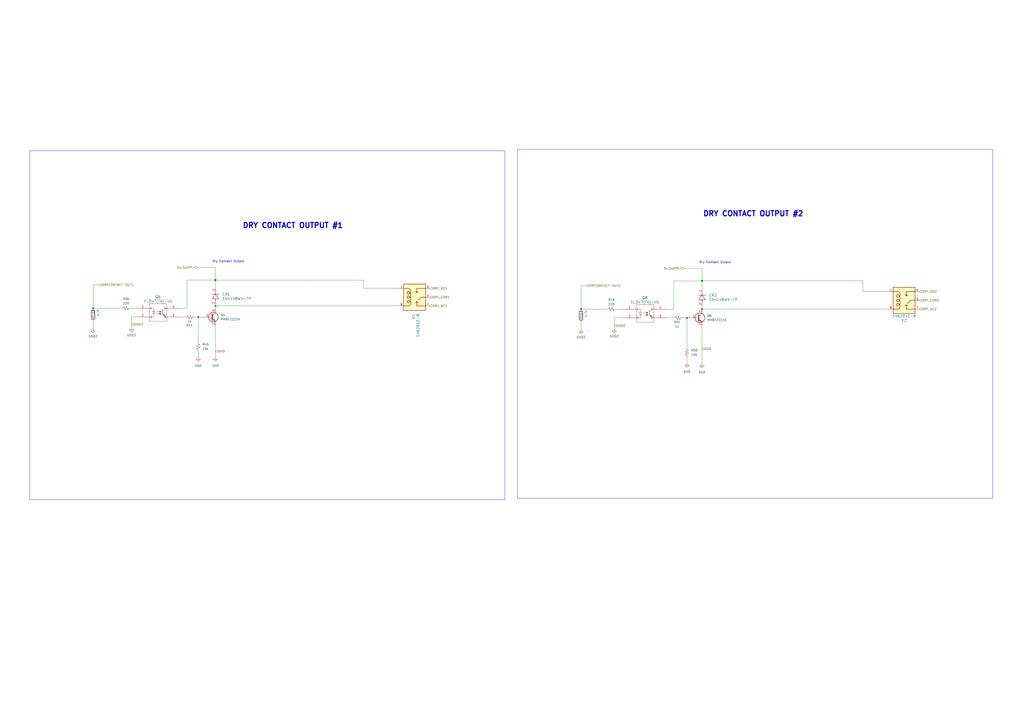
<source format=kicad_sch>
(kicad_sch (version 20231120) (generator "eeschema") (generator_version "8.0")
  (paper "A2")
  (title_block (title "packetRFMS") (date "2024-03-21") (rev "PCB_00132_6A_2124") (company "Packetworx Inc."))
  (lib_symbols
    (symbol "1462042-8:1462042-8" (pin_names (offset 1.016))
      (property "Reference" "K" (at -5.0901 8.1442 0))
      (property "Value" "1462042-8" (at -5.0812 -10.1625 0))
      (symbol "1462042-8_0_0"
        (rectangle (start -5.08 -7.62) (end 7.62 7.62) (stroke (width 0.254)) (fill (type background)))
        (arc (start -2.54 -5.08) (mid -1.0111 -3.429) (end -2.54 -1.778) (stroke (width 0.254)))
        (arc (start -2.54 -3.302) (mid -1.016 -1.27) (end -2.54 0.762) (stroke (width 0.254)))
        (arc (start -2.54 -1.778) (mid -3.1115 -2.54) (end -2.54 -3.302) (stroke (width 0.254)))
        (arc (start -2.54 -0.762) (mid -1.0007 1.27) (end -2.54 3.302) (stroke (width 0.254)))
        (arc (start -2.54 0.762) (mid -3.1115 0) (end -2.54 -0.762) (stroke (width 0.254)))
        (arc (start -2.54 1.778) (mid -1.0111 3.429) (end -2.54 5.08) (stroke (width 0.254)))
        (arc (start -2.54 3.302) (mid -3.1115 2.54) (end -2.54 1.778) (stroke (width 0.254)))
        (polyline (pts (xy -5.08 -5.08) (xy -2.54 -5.08)) (stroke (width 0.254)))
        (polyline (pts (xy -5.08 5.08) (xy -2.54 5.08)) (stroke (width 0.254)))
        (polyline (pts (xy 2.54 -5.08) (xy 2.54 -2.54)) (stroke (width 0.254)))
        (polyline (pts (xy 2.54 -2.54) (xy 1.778 -3.302)) (stroke (width 0.254)))
        (polyline (pts (xy 2.54 -2.54) (xy 3.302 -3.302)) (stroke (width 0.254)))
        (polyline (pts (xy 2.54 2.54) (xy 1.778 3.302)) (stroke (width 0.254)))
        (polyline (pts (xy 2.54 2.54) (xy 3.302 3.302)) (stroke (width 0.254)))
        (polyline (pts (xy 2.54 5.08) (xy 2.54 2.54)) (stroke (width 0.254)))
        (polyline (pts (xy 5.08 0) (xy 3.302 1.778)) (stroke (width 0.254)))
        (polyline (pts (xy 7.62 -5.08) (xy 2.54 -5.08)) (stroke (width 0.254)))
        (polyline (pts (xy 7.62 0) (xy 5.08 0)) (stroke (width 0.254)))
        (polyline (pts (xy 7.62 5.08) (xy 2.54 5.08)) (stroke (width 0.254)))
        (pin passive line (at -7.62 -5.08 0) (length 2.54) (name "~") (number "1"))
        (pin passive line (at 10.16 0 180) (length 2.54) (name "~") (number "3"))
        (pin passive line (at 10.16 -5.08 180) (length 2.54) (name "~") (number "5"))
        (pin passive line (at 10.16 5.08 180) (length 2.54) (name "~") (number "7"))
        (pin passive line (at -7.62 5.08 0) (length 2.54) (name "~") (number "8"))
      )
    )
    (symbol "1N4148WX:1N4148WX-TP" (pin_names (offset 0.254))
      (property "Reference" "CR" (at 5.08 4.445 0))
      (property "Value" "1N4148WX-TP" (at 5.08 -3.81 0))
      (symbol "1N4148WX-TP_1_1"
        (polyline (pts (xy 2.54 0) (xy 3.4798 0)) (stroke (width 0.2032)))
        (polyline (pts (xy 3.175 0) (xy 3.81 0)) (stroke (width 0.2032)))
        (polyline (pts (xy 3.81 -1.905) (xy 6.35 0)) (stroke (width 0.2032)))
        (polyline (pts (xy 3.81 1.905) (xy 3.81 -1.905)) (stroke (width 0.2032)))
        (polyline (pts (xy 6.35 -1.905) (xy 6.35 1.905)) (stroke (width 0.2032)))
        (polyline (pts (xy 6.35 0) (xy 3.81 1.905)) (stroke (width 0.2032)))
        (polyline (pts (xy 6.35 0) (xy 7.62 0)) (stroke (width 0.2032)))
        (pin unspecified line (at 10.16 0 180) (length 2.54) (name "") (number "1"))
        (pin unspecified line (at 0 0 0) (length 2.54) (name "") (number "2"))
      )
      (symbol "1N4148WX-TP_1_2"
        (polyline (pts (xy -1.905 3.81) (xy 1.905 3.81)) (stroke (width 0.2032)))
        (polyline (pts (xy 0 2.54) (xy 0 3.4798)) (stroke (width 0.2032)))
        (polyline (pts (xy 0 3.175) (xy 0 3.81)) (stroke (width 0.2032)))
        (polyline (pts (xy 0 6.35) (xy -1.905 3.81)) (stroke (width 0.2032)))
        (polyline (pts (xy 0 6.35) (xy 0 7.62)) (stroke (width 0.2032)))
        (polyline (pts (xy 1.905 3.81) (xy 0 6.35)) (stroke (width 0.2032)))
        (polyline (pts (xy 1.905 6.35) (xy -1.905 6.35)) (stroke (width 0.2032)))
        (pin unspecified line (at 0 10.16 270) (length 2.54) (name "") (number "1"))
        (pin unspecified line (at 0 0 90) (length 2.54) (name "") (number "2"))
      )
    )
    (symbol "Device:R" (pin_numbers hide) (pin_names (offset 0))
      (property "Reference" "R" (at 2.032 0 90))
      (property "Value" "R" (at 0 0 90))
      (symbol "R_0_1"
        (rectangle (start -1.016 -2.54) (end 1.016 2.54) (stroke (width 0.254)))
      )
      (symbol "R_1_1"
        (pin passive line (at 0 3.81 270) (length 1.27) (name "~") (number "1"))
        (pin passive line (at 0 -3.81 90) (length 1.27) (name "~") (number "2"))
      )
    )
    (symbol "Device:R_Small_US" (pin_numbers hide) (pin_names (offset 0.254) hide)
      (property "Reference" "R" (at 0.762 0.508 0))
      (property "Value" "R_Small_US" (at 0.762 -1.016 0))
      (symbol "R_Small_US_1_1"
        (polyline (pts (xy 0 0) (xy 1.016 -0.381) (xy 0 -0.762) (xy -1.016 -1.143) (xy 0 -1.524)))
        (polyline (pts (xy 0 1.524) (xy 1.016 1.143) (xy 0 0.762) (xy -1.016 0.381) (xy 0 0)))
        (pin passive line (at 0 2.54 270) (length 1.016) (name "~") (number "1"))
        (pin passive line (at 0 -2.54 90) (length 1.016) (name "~") (number "2"))
      )
    )
    (symbol "ISP281D:ISP281D" (pin_names (offset 0.254))
      (property "Reference" "Q" (at 12.7 12.7 0))
      (property "Value" "ISP281D" (at 12.7 12.7 0))
      (symbol "ISP281D_0_1"
        (polyline (pts (xy 7.62 -7.62) (xy 7.62 2.54)) (stroke (width 0.127)))
        (polyline (pts (xy 7.62 -7.62) (xy 17.78 -7.62)) (stroke (width 0.127)))
        (polyline (pts (xy 9.398 -3.302) (xy 10.922 -3.302)) (stroke (width 0.127)))
        (polyline (pts (xy 9.398 -1.778) (xy 10.16 -3.302)) (stroke (width 0.127)))
        (polyline (pts (xy 10.16 -5.08) (xy 7.62 -5.08)) (stroke (width 0.127)))
        (polyline (pts (xy 10.16 -3.302) (xy 10.16 -5.08)) (stroke (width 0.127)))
        (polyline (pts (xy 10.16 -3.302) (xy 10.922 -1.778)) (stroke (width 0.127)))
        (polyline (pts (xy 10.16 0) (xy 7.62 0)) (stroke (width 0.127)))
        (polyline (pts (xy 10.16 0) (xy 10.16 -1.778)) (stroke (width 0.127)))
        (polyline (pts (xy 10.922 -1.778) (xy 9.398 -1.778)) (stroke (width 0.127)))
        (polyline (pts (xy 11.684 -3.302) (xy 13.716 -3.302)) (stroke (width 0.127)))
        (polyline (pts (xy 11.684 -2.032) (xy 13.716 -2.032)) (stroke (width 0.127)))
        (polyline (pts (xy 15.24 -4.318) (xy 15.24 -0.508)) (stroke (width 0.127)))
        (polyline (pts (xy 15.24 -3.048) (xy 16.002 -3.81)) (stroke (width 0.127)))
        (polyline (pts (xy 15.24 -1.778) (xy 16.51 -0.508)) (stroke (width 0.127)))
        (polyline (pts (xy 16.51 -4.318) (xy 16.51 -5.08)) (stroke (width 0.127)))
        (polyline (pts (xy 16.51 -0.508) (xy 16.51 0)) (stroke (width 0.127)))
        (polyline (pts (xy 16.51 0) (xy 17.78 0)) (stroke (width 0.127)))
        (polyline (pts (xy 17.78 -5.08) (xy 16.51 -5.08)) (stroke (width 0.127)))
        (polyline (pts (xy 17.78 2.54) (xy 7.62 2.54)) (stroke (width 0.127)))
        (polyline (pts (xy 17.78 2.54) (xy 17.78 -7.62)) (stroke (width 0.127)))
        (polyline (pts (xy 13.716 -2.794) (xy 13.716 -3.81) (xy 14.478 -3.302)) (fill (type outline)))
        (polyline (pts (xy 13.716 -1.524) (xy 13.716 -2.54) (xy 14.478 -2.032)) (fill (type outline)))
        (polyline (pts (xy 16.4717 -4.3107) (xy 15.748 -4.064) (xy 16.256 -3.556) (xy 16.51 -4.318)) (fill (type outline)))
        (pin unspecified line (at 0 0 0) (length 7.62) (name "1") (number "1"))
        (pin unspecified line (at 0 -5.08 0) (length 7.62) (name "2") (number "2"))
        (pin unspecified line (at 25.4 -5.08 180) (length 7.62) (name "3") (number "3"))
        (pin unspecified line (at 25.4 0 180) (length 7.62) (name "4") (number "4"))
      )
    )
    (symbol "Transistor_BJT:MMBT3904" (pin_names (offset 0) hide)
      (property "Reference" "Q" (at 5.08 1.905 0))
      (property "Value" "MMBT3904" (at 5.08 0 0))
      (symbol "MMBT3904_0_1"
        (polyline (pts (xy 0.635 0.635) (xy 2.54 2.54)))
        (polyline (pts (xy 0.635 -0.635) (xy 2.54 -2.54) (xy 2.54 -2.54)))
        (polyline (pts (xy 0.635 1.905) (xy 0.635 -1.905) (xy 0.635 -1.905)) (stroke (width 0.508)))
        (polyline (pts (xy 1.27 -1.778) (xy 1.778 -1.27) (xy 2.286 -2.286) (xy 1.27 -1.778) (xy 1.27 -1.778)) (fill (type outline)))
        (circle (center 1.27 0) (radius 2.8194) (stroke (width 0.254)))
      )
      (symbol "MMBT3904_1_1"
        (pin input line (at -5.08 0 0) (length 5.715) (name "B") (number "1"))
        (pin passive line (at 2.54 -5.08 90) (length 2.54) (name "E") (number "2"))
        (pin passive line (at 2.54 5.08 270) (length 2.54) (name "C") (number "3"))
      )
    )
    (symbol "power:GND" (power) (pin_names (offset 0))
      (property "Value" "GND" (at 0 -3.81 0))
      (symbol "GND_0_1"
        (polyline (pts (xy 0 0) (xy 0 -1.27) (xy 1.27 -1.27) (xy 0 -2.54) (xy -1.27 -1.27) (xy 0 -1.27)))
      )
      (symbol "GND_1_1"
        (pin power_in line (at 0 0 270) (length 0) hide (name "GND") (number "1"))
      )
    )
    (symbol "power:GND2" (power) (pin_names (offset 0))
      (property "Value" "GND2" (at 0 -3.81 0))
      (symbol "GND2_0_1"
        (polyline (pts (xy 0 0) (xy 0 -1.27) (xy 1.27 -1.27) (xy 0 -2.54) (xy -1.27 -1.27) (xy 0 -1.27)))
      )
      (symbol "GND2_1_1"
        (pin power_in line (at 0 0 270) (length 0) hide (name "GND2") (number "1"))
      )
    )
  )
  (junction (at 337.0517 179.2967))
  (junction (at 124.9943 162.4869))
  (junction (at 54.0086 178.7913))
  (junction (at 398.5299 184.3795))
  (junction (at 124.8509 162.4497))
  (junction (at 407.2359 179.292))
  (junction (at 407.2561 162.8063))
  (junction (at 114.9995 183.9164))
  (junction (at 407.2561 162.979))
  (junction (at 124.9943 177.4642))
  (wire (pts (xy 399.6159 184.3795) (xy 399.6159 184.386)))
  (wire (pts (xy 461.498 162.8063) (xy 407.2561 162.8063)))
  (wire (pts (xy 398.5088 207.0286) (xy 398.5299 207.0286)))
  (wire (pts (xy 390.7036 184.3795) (xy 386.7957 184.3795)))
  (wire (pts (xy 124.9943 162.4869) (xy 124.8509 162.4869)))
  (wire (pts (xy 76.3162 183.8748) (xy 78.9905 183.8748)))
  (wire (pts (xy 75.6062 178.7913) (xy 76.0081 178.7913)))
  (wire (pts (xy 407.1973 189.466) (xy 407.2359 189.466)))
  (wire (pts (xy 124.8509 162.4497) (xy 124.8509 162.4869)))
  (wire (pts (xy 407.2359 179.292) (xy 407.2359 179.306)))
  (wire (pts (xy 114.9784 207.1275) (xy 114.9784 203.5967)))
  (wire (pts (xy 500.5727 169.132) (xy 500.5727 162.7903)))
  (wire (pts (xy 390.8645 162.979) (xy 407.2561 162.979)))
  (wire (pts (xy 177.8714 162.4869) (xy 124.9943 162.4869)))
  (wire (pts (xy 231.6431 167.3042) (xy 210.8513 167.3042)))
  (wire (pts (xy 107.5253 183.8748) (xy 107.5253 183.8551)))
  (wire (pts (xy 337.0517 191.1963) (xy 337.0517 186.9167)))
  (wire (pts (xy 398.5299 201.9486) (xy 398.5299 184.3795)))
  (wire (pts (xy 395.7836 184.3795) (xy 398.5299 184.3795)))
  (wire (pts (xy 112.6053 183.8551) (xy 114.9995 183.8551)))
  (wire (pts (xy 114.9995 183.9164) (xy 117.3743 183.9164)))
  (wire (pts (xy 407.2359 179.292) (xy 515.5382 179.292)))
  (wire (pts (xy 397.1062 155.7252) (xy 407.2561 155.7252)))
  (wire (pts (xy 337.0517 179.2967) (xy 337.0517 165.7579)))
  (wire (pts (xy 124.9943 207.038) (xy 124.9943 188.9964)))
  (wire (pts (xy 352.0807 179.2967) (xy 337.0517 179.2967)))
  (wire (pts (xy 515.5382 169.132) (xy 500.5727 169.132)))
  (wire (pts (xy 124.9943 177.4642) (xy 231.6431 177.4642)))
  (wire (pts (xy 210.8513 167.3042) (xy 210.8513 162.4778)))
  (wire (pts (xy 337.0517 165.7579) (xy 340.1604 165.7579)))
  (wire (pts (xy 461.498 162.7903) (xy 500.5727 162.7903)))
  (wire (pts (xy 398.5088 210.5594) (xy 398.5088 207.0286)))
  (wire (pts (xy 407.1973 210.9229) (xy 407.1973 189.466)))
  (wire (pts (xy 124.9943 177.0435) (xy 124.9943 177.4642)))
  (wire (pts (xy 76.3162 190.0874) (xy 76.3162 183.8748)))
  (wire (pts (xy 76.0081 178.7913) (xy 76.0081 178.7948)))
  (wire (pts (xy 386.7957 179.3241) (xy 390.8645 179.3241)))
  (wire (pts (xy 114.9784 203.5967) (xy 114.9995 203.5967)))
  (wire (pts (xy 104.3905 178.7948) (xy 108.4593 178.7948)))
  (wire (pts (xy 124.9943 162.4869) (xy 124.9943 166.8835)))
  (wire (pts (xy 390.8645 179.3241) (xy 390.8645 162.979)))
  (wire (pts (xy 407.2359 177.6224) (xy 407.2561 177.6224)))
  (wire (pts (xy 124.9943 177.4642) (xy 124.9943 178.8364)))
  (wire (pts (xy 407.2561 167.4624) (xy 407.2561 162.979)))
  (wire (pts (xy 54.0086 190.6909) (xy 54.0086 186.4113)))
  (wire (pts (xy 114.9995 183.8551) (xy 114.9995 183.9164)))
  (wire (pts (xy 398.5299 184.3795) (xy 399.6159 184.3795)))
  (wire (pts (xy 76.0081 178.7948) (xy 78.9905 178.7948)))
  (wire (pts (xy 356.3196 184.4041) (xy 361.3957 184.4041)))
  (wire (pts (xy 104.3905 183.8748) (xy 107.5253 183.8748)))
  (wire (pts (xy 407.2561 162.8063) (xy 407.2561 162.979)))
  (wire (pts (xy 54.0086 178.7913) (xy 70.5262 178.7913)))
  (wire (pts (xy 407.2561 155.7252) (xy 407.2561 162.8063)))
  (wire (pts (xy 108.4593 162.4497) (xy 124.8509 162.4497)))
  (wire (pts (xy 210.8513 162.4778) (xy 177.8714 162.4778)))
  (wire (pts (xy 54.0086 165.2286) (xy 54.0086 178.7913)))
  (wire (pts (xy 357.1607 179.2967) (xy 361.3957 179.2967)))
  (wire (pts (xy 407.2359 177.6224) (xy 407.2359 179.292)))
  (wire (pts (xy 114.9995 198.5167) (xy 114.9995 183.9164)))
  (wire (pts (xy 356.3196 190.6486) (xy 356.3196 184.4041)))
  (wire (pts (xy 177.8714 162.4778) (xy 177.8714 162.4869)))
  (wire (pts (xy 124.8509 155.1959) (xy 124.8509 162.4497)))
  (wire (pts (xy 108.4593 178.7948) (xy 108.4593 162.4497)))
  (wire (pts (xy 361.3957 179.2967) (xy 361.3957 179.3241)))
  (wire (pts (xy 386.7957 184.3795) (xy 386.7957 184.4041)))
  (wire (pts (xy 461.498 162.7903) (xy 461.498 162.8063)))
  (wire (pts (xy 57.7552 165.2286) (xy 54.0086 165.2286)))
  (wire (pts (xy 114.701 155.1959) (xy 124.8509 155.1959)))
  (rectangle (start 17.2225 87.4837) (end 292.915 289.9265))
  (rectangle (start 300.1595 86.6787) (end 575.852 289.1215))
  (text "Dry Contact Output" (at 123.1489 152.4315 0) (effects (font (size 1.27 1.27)) (justify left bottom)))
  (text "DRY CONTACT OUTPUT #1\n" (at 140.6226 132.6695 0) (effects (font (size 3 3) (thickness 0.6) (bold yes)) (justify left bottom)))
  (text "Dry Contact Output" (at 405.5541 152.9608 0) (effects (font (size 1.27 1.27)) (justify left bottom)))
  (text "DRY CONTACT OUTPUT #2\n\n" (at 407.6894 130.6656 0) (effects (font (size 3 3) (thickness 0.6) (bold yes)) (justify left bottom)))
  (hierarchical_label "GND" (shape input) (at 124.9943 203.7413 0))
  (hierarchical_label "DRY_NO1" (shape input) (at 249.4231 167.3042 0) (property "Intersheetrefs" "${INTERSHEET_REFS}" (effects (hide yes))))
  (hierarchical_label "DRYCONTACT-OUT1" (shape input) (at 57.7552 165.2286 0))
  (hierarchical_label "GND" (shape input) (at 407.1973 202.3432 0))
  (hierarchical_label "DRYCONTACT-OUT2" (shape input) (at 340.1604 165.7579 0))
  (hierarchical_label "DRY_NC1" (shape input) (at 249.4231 177.4642 0) (property "Intersheetrefs" "${INTERSHEET_REFS}" (effects (hide yes))))
  (hierarchical_label "5V_SUPPLY" (shape input) (at 397.1062 155.7252 180))
  (hierarchical_label "DRY_COM1" (shape input) (at 249.4231 172.3842 0) (property "Intersheetrefs" "${INTERSHEET_REFS}" (effects (hide yes))))
  (hierarchical_label "DRY_COM2" (shape input) (at 533.3182 174.212 0) (property "Intersheetrefs" "${INTERSHEET_REFS}" (effects (hide yes))))
  (hierarchical_label "GND2" (shape input) (at 76.3162 188.1253 0))
  (hierarchical_label "GND2" (shape input) (at 356.3196 188.9046 0))
  (hierarchical_label "DRY_NC2" (shape input) (at 533.3182 179.292 0) (property "Intersheetrefs" "${INTERSHEET_REFS}" (effects (hide yes))))
  (hierarchical_label "5V_SUPPLY" (shape input) (at 114.701 155.1959 180))
  (hierarchical_label "DRY_NO2" (shape input) (at 533.3182 169.132 0) (property "Intersheetrefs" "${INTERSHEET_REFS}" (effects (hide yes))))
  (symbol (lib_id "Device:R_Small_US") (at 110.0653 183.8551 90) (unit 1)
    (property "Reference" "R44" (at 109.8904 188.6989 90))
    (property "Value" "1k" (at 110.0088 186.4502 90))
    (property "Footprint" "Resistor_SMD:R_0603_1608Metric" (effects (hide yes)))
    (instances (project "packetMODBUS" (path "" (reference "R44") (unit 1))) (project "packetRFMS" (path "" (reference "R102") (unit 1))))
  )
  (symbol (lib_id "power:GND2") (at 54.0086 190.6909 0) (unit 1)
    (property "Reference" "#PWR0206" (effects (hide yes)))
    (property "Value" "GND2" (at 53.9917 195.0756 0))
  )
  (symbol (lib_id "power:GND") (at 407.1973 210.9229 0) (unit 1)
    (property "Reference" "#PWR073" (effects (hide yes)))
    (property "Value" "GND" (at 407.1973 215.9611 0))
    (instances (project "packetMODBUS" (path "" (reference "#PWR073") (unit 1))) (project "packetRFMS" (path "" (reference "#PWR0213") (unit 1))))
  )
  (symbol (lib_id "1N4148WX:1N4148WX-TP") (at 407.2561 177.6224 90) (unit 1)
    (property "Reference" "CR2" (at 411.0941 171.2724 90) (effects (font (size 1.524 1.524)) (justify right)))
    (property "Value" "1N4148WX-TP" (at 411.0941 173.8124 90) (effects (font (size 1.524 1.524)) (justify right)))
    (property "Footprint" "Diode_SMD:D_SOD-123" (effects (hide yes)))
    (property "Datasheet" "1N4148WX-TP" (effects (hide yes)))
    (property "LCSC" "C78740" (effects (hide yes)))
    (instances (project "packetMODBUS" (path "" (reference "CR2") (unit 1))) (project "packetRFMS" (path "" (reference "D6") (unit 1))))
  )
  (symbol (lib_id "1N4148WX:1N4148WX-TP") (at 124.9943 177.0435 90) (unit 1)
    (property "Reference" "CR1" (at 128.8323 170.6935 90) (effects (font (size 1.524 1.524)) (justify right)))
    (property "Value" "1N4148WX-TP" (at 128.8323 173.2335 90) (effects (font (size 1.524 1.524)) (justify right)))
    (property "Footprint" "Diode_SMD:D_SOD-123" (effects (hide yes)))
    (property "Datasheet" "1N4148WX-TP" (effects (hide yes)))
    (property "LCSC" "C78740" (effects (hide yes)))
    (instances (project "packetMODBUS" (path "" (reference "CR1") (unit 1))) (project "packetRFMS" (path "" (reference "D5") (unit 1))))
  )
  (symbol (lib_id "1462042-8:1462042-8") (at 523.1582 174.212 0) (mirror x) (unit 1)
    (property "Reference" "K2" (at 524.4282 185.8534 0) (effects (font (size 1.524 1.524))))
    (property "Value" "1462042-8" (at 524.4282 183.3134 0) (effects (font (size 1.524 1.524))))
    (property "Footprint" "1462042-8:RELAY_1462042-8" (effects (hide yes)))
    (property "Datasheet" "G5V-1 DC3" (effects (hide yes)))
    (property "EU_RoHS_Compliance" "Compliant" (effects (hide yes)))
    (property "Comment" "1462042-8" (effects (hide yes)))
    (property "LCSC" "C574842" (effects (hide yes)))
  )
  (symbol (lib_id "1462042-8:1462042-8") (at 239.2631 172.3842 0) (mirror x) (unit 1)
    (property "Reference" "K1" (at 239.8981 181.9252 90) (effects (font (size 1.524 1.524)) (justify left)))
    (property "Value" "1462042-8" (at 242.4381 181.9252 90) (effects (font (size 1.524 1.524)) (justify left)))
    (property "Footprint" "1462042-8:RELAY_1462042-8" (effects (hide yes)))
    (property "Datasheet" "G5V-1 DC3" (effects (hide yes)))
    (property "EU_RoHS_Compliance" "Compliant" (effects (hide yes)))
    (property "Comment" "1462042-8" (effects (hide yes)))
    (property "LCSC" "C574842" (effects (hide yes)))
  )
  (symbol (lib_id "ISP281D:ISP281D") (at 78.9905 178.7948 0) (unit 1)
    (property "Reference" "Q6" (at 91.6905 172.228 0) (effects (font (size 1.524 1.524))))
    (property "Value" "EL3H7(TA)-VG" (at 91.6905 174.768 0) (effects (font (size 1.524 1.524))))
    (property "Footprint" "EL3H7(TA)-VG:SOIC_TA-VG-L" (effects (hide yes)))
    (property "Datasheet" "ISP281D" (effects (hide yes)))
    (property "LCSC" "C2858852" (effects (hide yes)))
    (instances (project "packetMODBUS" (path "" (reference "Q6") (unit 1))) (project "packetRFMS" (path "" (reference "Q3") (unit 1))))
  )
  (symbol (lib_id "power:GND2") (at 356.3196 190.6486 0) (unit 1)
    (property "Reference" "#PWR0211" (effects (hide yes)))
    (property "Value" "GND2" (at 356.3027 195.0333 0))
  )
  (symbol (lib_id "Device:R") (at 337.0517 183.1067 0) (unit 1)
    (property "Reference" "R104" (at 337.2021 185.1532 90) (effects (justify left)))
    (property "Value" "4.7k" (at 339.882 184.0256 90) (effects (justify left)))
    (property "Footprint" "Resistor_SMD:R_0603_1608Metric" (effects (hide yes)))
    (property "LCSC" "C105428" (effects (hide yes)))
  )
  (symbol (lib_id "Device:R_Small_US") (at 73.0662 178.7913 270) (unit 1)
    (property "Reference" "R36" (at 73.0662 173.4114 90))
    (property "Value" "220" (at 73.0662 175.9514 90))
    (property "Footprint" "Resistor_SMD:R_0603_1608Metric" (effects (hide yes)))
    (property "LCSC" "C114742" (effects (hide yes)))
    (instances (project "packetMODBUS" (path "" (reference "R36") (unit 1))) (project "packetRFMS" (path "" (reference "R101") (unit 1))))
  )
  (symbol (lib_id "power:GND") (at 114.9784 207.1275 0) (unit 1)
    (property "Reference" "#PWR069" (effects (hide yes)))
    (property "Value" "GND" (at 114.9784 212.1657 0))
    (instances (project "packetMODBUS" (path "" (reference "#PWR069") (unit 1))) (project "packetRFMS" (path "" (reference "#PWR0208") (unit 1))))
  )
  (symbol (lib_id "Device:R_Small_US") (at 393.2436 184.3795 90) (unit 1)
    (property "Reference" "R51" (at 392.7945 186.8353 90))
    (property "Value" "1k" (at 392.7945 189.3753 90))
    (property "Footprint" "Resistor_SMD:R_0603_1608Metric" (effects (hide yes)))
    (property "LCSC" "C98220" (effects (hide yes)))
    (instances (project "packetMODBUS" (path "" (reference "R51") (unit 1))) (project "packetRFMS" (path "" (reference "R106") (unit 1))))
  )
  (symbol (lib_id "Transistor_BJT:MMBT3904") (at 122.4543 183.9164 0) (unit 1)
    (property "Reference" "Q4" (at 127.955 182.6464 0) (effects (justify left)))
    (property "Value" "MMBT2222A" (at 127.955 185.1864 0) (effects (justify left)))
    (property "Footprint" "Package_TO_SOT_SMD:SOT-23" (effects (hide yes)))
    (property "LCSC" "C2898686" (effects (hide yes)))
  )
  (symbol (lib_id "power:GND") (at 124.9943 207.038 0) (unit 1)
    (property "Reference" "#PWR070" (effects (hide yes)))
    (property "Value" "GND" (at 124.9943 212.0762 0))
    (instances (project "packetMODBUS" (path "" (reference "#PWR070") (unit 1))) (project "packetRFMS" (path "" (reference "#PWR0209") (unit 1))))
  )
  (symbol (lib_id "power:GND2") (at 76.3162 190.0874 0) (unit 1)
    (property "Reference" "#PWR0207" (effects (hide yes)))
    (property "Value" "GND2" (at 76.2993 194.4721 0))
  )
  (symbol (lib_id "ISP281D:ISP281D") (at 361.3957 179.3241 0) (unit 1)
    (property "Reference" "Q8" (at 374.0957 172.7641 0) (effects (font (size 1.524 1.524))))
    (property "Value" "EL3H7(TA)-VG" (at 374.0957 175.3041 0) (effects (font (size 1.524 1.524))))
    (property "Footprint" "EL3H7(TA)-VG:SOIC_TA-VG-L" (effects (hide yes)))
    (property "Datasheet" "ISP281D" (effects (hide yes)))
    (property "LCSC" "C2858852" (effects (hide yes)))
    (instances (project "packetMODBUS" (path "" (reference "Q8") (unit 1))) (project "packetRFMS" (path "" (reference "Q5") (unit 1))))
  )
  (symbol (lib_id "Device:R_Small_US") (at 114.9995 201.0567 0) (unit 1)
    (property "Reference" "R45" (at 117.3629 199.7867 0) (effects (justify left)))
    (property "Value" "10k" (at 117.3629 202.3267 0) (effects (justify left)))
    (property "Footprint" "Resistor_SMD:R_0603_1608Metric" (effects (hide yes)))
    (property "LCSC" "C98220" (effects (hide yes)))
    (instances (project "packetMODBUS" (path "" (reference "R45") (unit 1))) (project "packetRFMS" (path "" (reference "R103") (unit 1))))
  )
  (symbol (lib_id "Device:R_Small_US") (at 354.6207 179.2967 270) (unit 1)
    (property "Reference" "R49" (at 354.6207 173.9168 90))
    (property "Value" "220" (at 354.6207 176.4568 90))
    (property "Footprint" "Resistor_SMD:R_0603_1608Metric" (effects (hide yes)))
    (property "LCSC" "C114742" (effects (hide yes)))
    (instances (project "packetMODBUS" (path "" (reference "R49") (unit 1))) (project "packetRFMS" (path "" (reference "R105") (unit 1))))
  )
  (symbol (lib_id "power:GND") (at 398.5088 210.5594 0) (unit 1)
    (property "Reference" "#PWR072" (effects (hide yes)))
    (property "Value" "GND" (at 398.5088 215.5976 0))
    (instances (project "packetMODBUS" (path "" (reference "#PWR072") (unit 1))) (project "packetRFMS" (path "" (reference "#PWR0212") (unit 1))))
  )
  (symbol (lib_id "Transistor_BJT:MMBT3904") (at 404.6959 184.386 0) (unit 1)
    (property "Reference" "Q6" (at 410.1966 183.116 0) (effects (justify left)))
    (property "Value" "MMBT2222A" (at 410.1966 185.656 0) (effects (justify left)))
    (property "Footprint" "Package_TO_SOT_SMD:SOT-23" (effects (hide yes)))
    (property "LCSC" "C2898686" (effects (hide yes)))
  )
  (symbol (lib_id "power:GND2") (at 337.0517 191.1963 0) (unit 1)
    (property "Reference" "#PWR0210" (effects (hide yes)))
    (property "Value" "GND2" (at 337.0348 195.581 0))
  )
  (symbol (lib_id "Device:R_Small_US") (at 398.5299 204.4886 0) (unit 1)
    (property "Reference" "R50" (at 400.8933 203.2186 0) (effects (justify left)))
    (property "Value" "10k" (at 400.8933 205.7586 0) (effects (justify left)))
    (property "Footprint" "Resistor_SMD:R_0603_1608Metric" (effects (hide yes)))
    (property "LCSC" "C98220" (effects (hide yes)))
    (instances (project "packetMODBUS" (path "" (reference "R50") (unit 1))) (project "packetRFMS" (path "" (reference "R107") (unit 1))))
  )
  (symbol (lib_id "Device:R") (at 54.0086 182.6013 0) (unit 1)
    (property "Reference" "R100" (at 54.159 184.6478 90) (effects (justify left)))
    (property "Value" "4.7k" (at 56.8389 183.5202 90) (effects (justify left)))
    (property "Footprint" "Resistor_SMD:R_0603_1608Metric" (effects (hide yes)))
    (property "LCSC" "C105428" (effects (hide yes)))
  )
)
</source>
